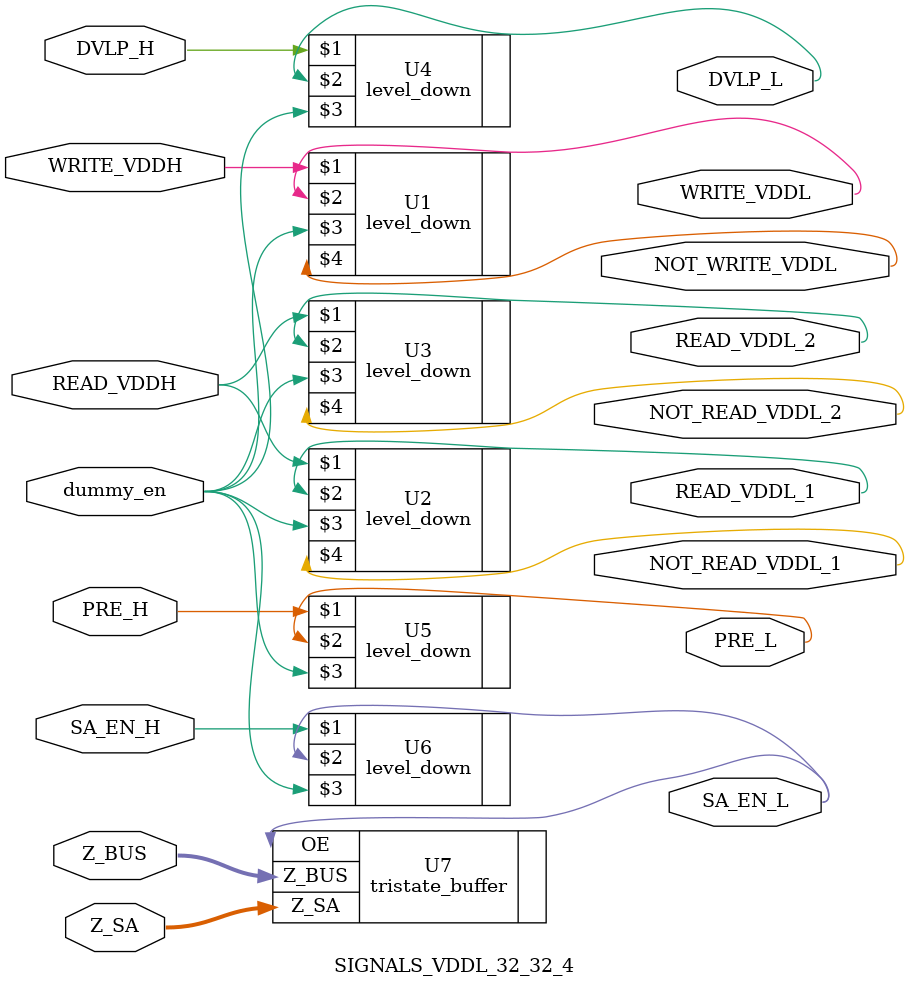
<source format=v>


`include "/ibe/users/da220/Cadence/WORK_TSMC180FORTE/DIGITAL/rtl/level_down/level_down.v"
`include "/ibe/users/da220/Cadence/WORK_TSMC180FORTE/DIGITAL/rtl/tristate_buffer/tristate_buffer.v"

// NAME MODIFIED //
module SIGNALS_VDDL_32_32_4(
// END MODIFY NAME //
WRITE_VDDH,
READ_VDDH,
DVLP_H,
PRE_H,
SA_EN_H,
dummy_en,
WRITE_VDDL,
NOT_WRITE_VDDL,
READ_VDDL_1,
NOT_READ_VDDL_1,
READ_VDDL_2,
NOT_READ_VDDL_2,
DVLP_L,
PRE_L,
Z_SA,
//Z_WR,
Z_BUS,
SA_EN_L,
);

// SKILL MODIFICATIONS //
parameter B_SIZE = 4;
// END OF SKILL MODIFICATION //

// Inputs
input	WRITE_VDDH;
input	READ_VDDH;
input	DVLP_H;
input	PRE_H;
input	SA_EN_H;
input	dummy_en;

// Input Ouput
inout	[B_SIZE-1:0] Z_SA;
//inout	[B_SIZE-1:0] Z_WR;
inout	[B_SIZE-1:0] Z_BUS;

// Outputs
output	WRITE_VDDL;
output	NOT_WRITE_VDDL;
output	READ_VDDL_1;
output	NOT_READ_VDDL_1;
output	READ_VDDL_2;
output	NOT_READ_VDDL_2;
output 	DVLP_L;
output	PRE_L;
output	SA_EN_L;

// Wires
wire	WRITE_VDDH;
wire	READ_VDDH;
wire	DVLP_H;
wire	PRE_H;
wire	SA_EN_H;
wire	dummy_en;
wire	WRITE_VDDL;
wire	NOT_WRITE_VDDL;
wire	READ_VDDL_1;
wire	NOT_READ_VDDL_1;
wire	READ_VDDL_2;
wire	NOT_READ_VDDL_2;
wire 	DVLP_L;
wire	PRE_L;
wire	SA_EN_L;
wire	[B_SIZE-1:0] Z_BUS;
wire	[B_SIZE-1:0] Z_SA;
//wire	[B_SIZE-1:0] Z_WR;



level_down U1(WRITE_VDDH, WRITE_VDDL, dummy_en, NOT_WRITE_VDDL);
level_down U2(READ_VDDH, READ_VDDL_1, dummy_en, NOT_READ_VDDL_1);
level_down U3(READ_VDDH, READ_VDDL_2, dummy_en, NOT_READ_VDDL_2);
level_down U4(DVLP_H, DVLP_L, dummy_en,);
level_down U5(PRE_H, PRE_L, dummy_en,);
level_down U6(SA_EN_H, SA_EN_L, dummy_en,);
tristate_buffer #(B_SIZE) U7(
.Z_SA	(Z_SA),
//.Z_WR	(Z_WR),
.Z_BUS	(Z_BUS),
.OE		(SA_EN_L)
);

endmodule
</source>
